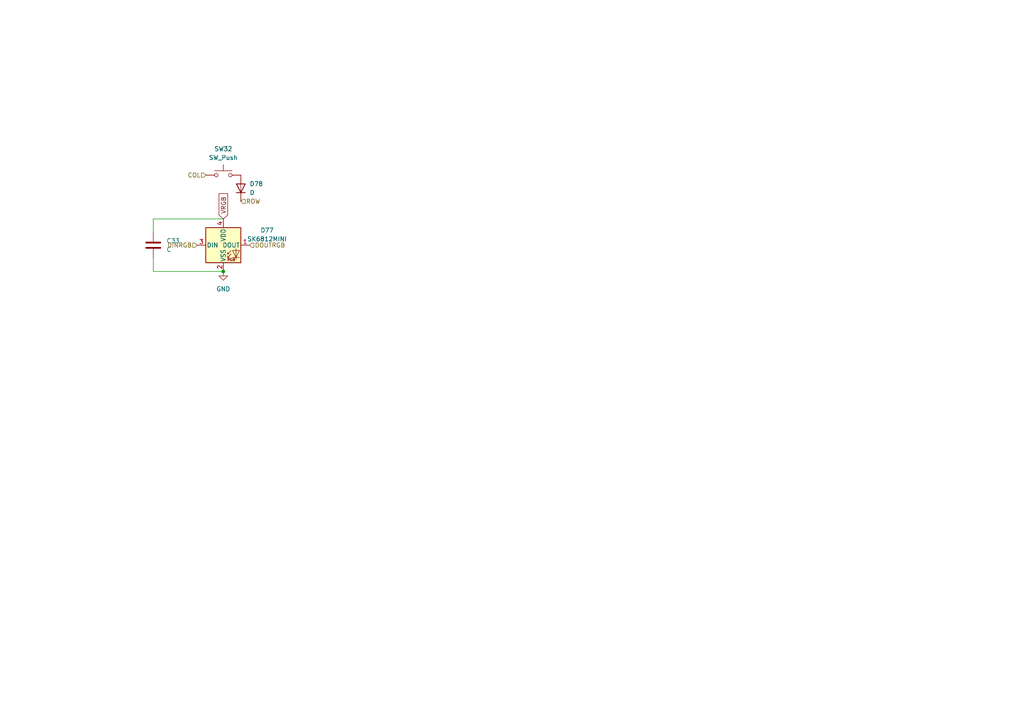
<source format=kicad_sch>
(kicad_sch (version 20211123) (generator eeschema)
  (paper "A4")
  (lib_symbols
    (symbol "Device:C" (pin_numbers hide) (pin_names (offset 0.254))
      (property "Reference" "C" (at 0.635 2.54 0))
      (property "Value" "C" (at 0.635 -2.54 0))
      (symbol "C_0_1"
        (polyline (pts (xy -2.032 -0.762) (xy 2.032 -0.762)) (stroke (width 0.508)))
        (polyline (pts (xy -2.032 0.762) (xy 2.032 0.762)) (stroke (width 0.508)))
      )
      (symbol "C_1_1"
        (pin passive line (at 0 3.81 270) (length 2.794) (name "~") (number "1"))
        (pin passive line (at 0 -3.81 90) (length 2.794) (name "~") (number "2"))
      )
    )
    (symbol "Device:D" (pin_numbers hide) (pin_names (offset 1.016) hide)
      (property "Reference" "D" (at 0 2.54 0))
      (property "Value" "D" (at 0 -2.54 0))
      (symbol "D_0_1"
        (polyline (pts (xy -1.27 1.27) (xy -1.27 -1.27)) (stroke (width 0.254)))
        (polyline (pts (xy 1.27 0) (xy -1.27 0)))
        (polyline (pts (xy 1.27 1.27) (xy 1.27 -1.27) (xy -1.27 0) (xy 1.27 1.27)) (stroke (width 0.254)))
      )
      (symbol "D_1_1"
        (pin passive line (at -3.81 0 0) (length 2.54) (name "K") (number "1"))
        (pin passive line (at 3.81 0 180) (length 2.54) (name "A") (number "2"))
      )
    )
    (symbol "LED:SK6812MINI" (pin_names (offset 0.254))
      (property "Reference" "D" (at 5.08 5.715 0))
      (property "Value" "SK6812MINI" (at 1.27 -5.715 0))
      (symbol "SK6812MINI_0_0"
        (text "RGB" (at 2.286 -4.191 0) (effects (font (size 0.762 0.762))))
      )
      (symbol "SK6812MINI_0_1"
        (polyline (pts (xy 1.27 -3.556) (xy 1.778 -3.556)))
        (polyline (pts (xy 1.27 -2.54) (xy 1.778 -2.54)))
        (polyline (pts (xy 4.699 -3.556) (xy 2.667 -3.556)))
        (polyline (pts (xy 2.286 -2.54) (xy 1.27 -3.556) (xy 1.27 -3.048)))
        (polyline (pts (xy 2.286 -1.524) (xy 1.27 -2.54) (xy 1.27 -2.032)))
        (polyline (pts (xy 3.683 -1.016) (xy 3.683 -3.556) (xy 3.683 -4.064)))
        (polyline (pts (xy 4.699 -1.524) (xy 2.667 -1.524) (xy 3.683 -3.556) (xy 4.699 -1.524)))
        (rectangle (start 5.08 5.08) (end -5.08 -5.08) (stroke (width 0.254)) (fill (type background)))
      )
      (symbol "SK6812MINI_1_1"
        (pin output line (at 7.62 0 180) (length 2.54) (name "DOUT") (number "1"))
        (pin power_in line (at 0 -7.62 90) (length 2.54) (name "VSS") (number "2"))
        (pin input line (at -7.62 0 0) (length 2.54) (name "DIN") (number "3"))
        (pin power_in line (at 0 7.62 270) (length 2.54) (name "VDD") (number "4"))
      )
    )
    (symbol "Switch:SW_Push" (pin_numbers hide) (pin_names (offset 1.016) hide)
      (property "Reference" "SW" (at 1.27 2.54 0))
      (property "Value" "SW_Push" (at 0 -1.524 0))
      (symbol "SW_Push_0_1"
        (circle (center -2.032 0) (radius 0.508))
        (polyline (pts (xy 0 1.27) (xy 0 3.048)))
        (polyline (pts (xy 2.54 1.27) (xy -2.54 1.27)))
        (circle (center 2.032 0) (radius 0.508))
        (pin passive line (at -5.08 0 0) (length 2.54) (name "1") (number "1"))
        (pin passive line (at 5.08 0 180) (length 2.54) (name "2") (number "2"))
      )
    )
    (symbol "power:GND" (power) (pin_names (offset 0))
      (property "Value" "GND" (at 0 -3.81 0))
      (symbol "GND_0_1"
        (polyline (pts (xy 0 0) (xy 0 -1.27) (xy 1.27 -1.27) (xy 0 -2.54) (xy -1.27 -1.27) (xy 0 -1.27)))
      )
      (symbol "GND_1_1"
        (pin power_in line (at 0 0 270) (length 0) hide (name "GND") (number "1"))
      )
    )
  )
  (junction (at 64.77 78.74))
  (wire (pts (xy 64.77 63.5) (xy 44.45 63.5)))
  (wire (pts (xy 44.45 74.93) (xy 44.45 78.74)))
  (wire (pts (xy 44.45 78.74) (xy 64.77 78.74)))
  (wire (pts (xy 44.45 63.5) (xy 44.45 67.31)))
  (global_label "VRGB" (shape input) (at 64.77 63.5 90) (property "Intersheet References" "${INTERSHEET_REFS}" (effects hide)))
  (hierarchical_label "ROW" (shape input) (at 69.85 58.42 0))
  (hierarchical_label "DOUTRGB" (shape input) (at 72.39 71.12 0))
  (hierarchical_label "DINRGB" (shape input) (at 57.15 71.12 180))
  (hierarchical_label "COL" (shape input) (at 59.69 50.8 180))
  (symbol (lib_id "Switch:SW_Push") (at 64.77 50.8 0) (unit 1)
    (property "Reference" "SW32" (at 64.77 43.18 0))
    (property "Value" "SW_Push" (at 64.77 45.72 0))
    (property "Footprint" "Stefan:SW_MX_PG1350_reversible" (effects hide))
  )
  (symbol (lib_id "Device:D") (at 69.85 54.61 90) (unit 1)
    (property "Reference" "D78" (at 72.39 53.3399 90) (effects (justify right)))
    (property "Value" "D" (at 72.39 55.8799 90) (effects (justify right)))
    (property "Footprint" "Stefan:D_0805_2012Metric_Pad1.18x1.45mm_HandSolder_Dual_Reversible" (effects hide))
  )
  (symbol (lib_id "LED:SK6812MINI") (at 64.77 71.12 0) (unit 1)
    (property "Reference" "D77" (at 77.47 66.7893 0))
    (property "Value" "SK6812MINI" (at 77.47 69.3293 0))
    (property "Footprint" "LED_SMD:LED_SK6812MINI_PLCC4_3.5x3.5mm_P1.75mm" (effects hide))
    (property "Datasheet" "https://cdn-shop.adafruit.com/product-files/2686/SK6812MINI_REV.01-1-2.pdf" (effects hide))
  )
  (symbol (lib_id "power:GND") (at 64.77 78.74 0) (unit 1)
    (property "Reference" "#PWR0130" (effects hide))
    (property "Value" "GND" (at 64.77 83.82 0))
  )
  (symbol (lib_id "Device:C") (at 44.45 71.12 0) (unit 1)
    (property "Reference" "C33" (at 48.26 69.8499 0) (effects (justify left)))
    (property "Value" "C" (at 48.26 72.3899 0) (effects (justify left)))
    (property "Footprint" "Stefan:C_0805_2012Metric_Pad1.18x1.45mm_HandSolder_Dual_Reversible" (effects hide))
  )
)
</source>
